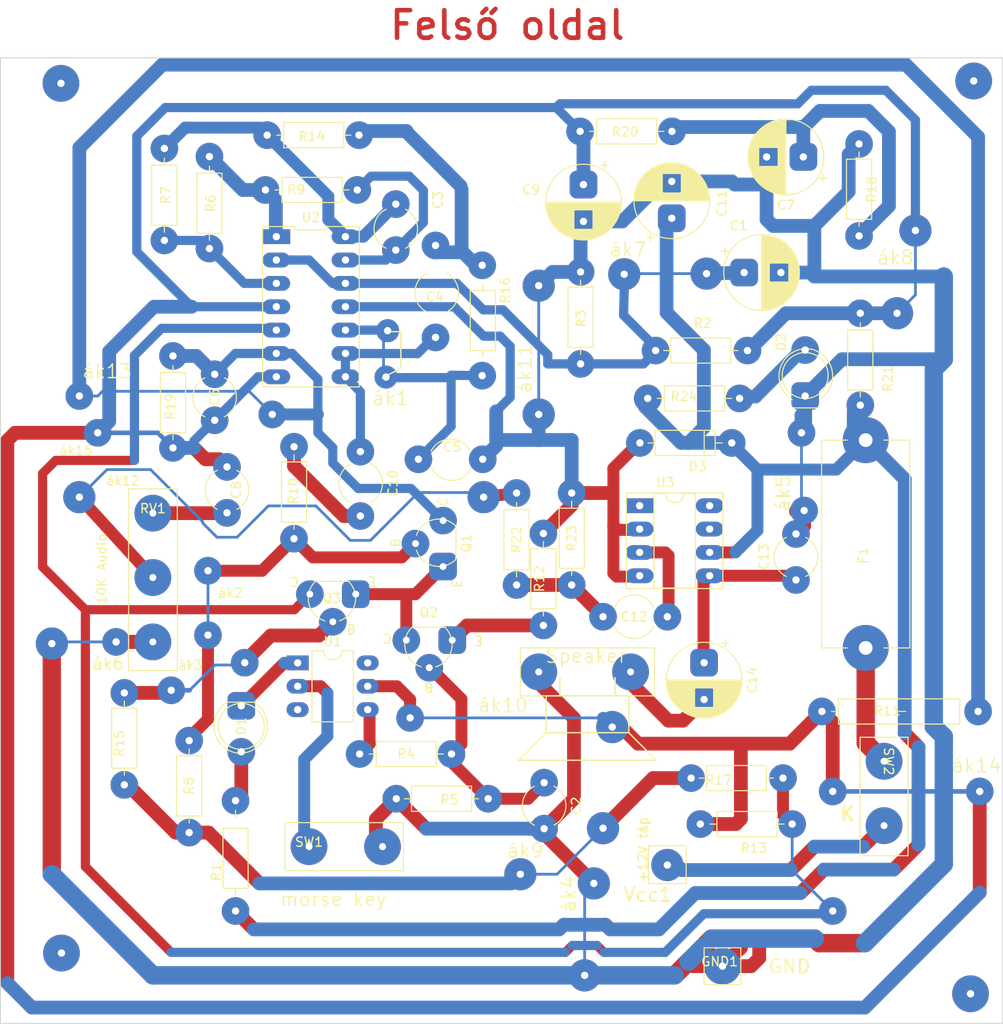
<source format=kicad_pcb>
(kicad_pcb (version 20221018) (generator pcbnew)
  (title_block (title "Sidetone-morse-voice-generator") (date "2024-02-06") (rev "0"))
  (layers (0 "F.Cu" signal) (31 "B.Cu" signal) (34 "B.Paste" user) (35 "F.Paste" user) (36 "B.SilkS" user "B.Silkscreen") (37 "F.SilkS" user "F.Silkscreen") (38 "B.Mask" user) (39 "F.Mask" user) (44 "Edge.Cuts" user))
  (net 0 "")
  (net 1 "Net-(U2A--)")
  (net 2 "GNDD")
  (net 3 "Net-(Q2-B)")
  (net 4 "Net-(C3-Pad1)")
  (net 5 "Net-(U2D--)")
  (net 6 "Net-(U2C--)")
  (net 7 "Net-(C4-Pad2)")
  (net 8 "Net-(U2C-+)")
  (net 9 "Net-(Q1-C)")
  (net 10 "Net-(C7-Pad1)")
  (net 11 "Net-(C8-Pad2)")
  (net 12 "VCC")
  (net 13 "Net-(C10-Pad2)")
  (net 14 "Net-(C12-Pad1)")
  (net 15 "Net-(U3-+)")
  (net 16 "Net-(C13-Pad1)")
  (net 17 "Net-(4-8ohm1-Pad1)")
  (net 18 "Net-(SW2A-A)")
  (net 19 "Net-(Q1-E)")
  (net 20 "Net-(Q1-B)")
  (net 21 "Net-(Q2-E)")
  (net 22 "Net-(Q3-B)")
  (net 23 "Net-(Q3-C)")
  (net 24 "Net-(D1-A)")
  (net 25 "Net-(R4-Pad1)")
  (net 26 "Net-(R6-Pad1)")
  (net 27 "Net-(U2A-+)")
  (net 28 "Net-(R22-Pad1)")
  (net 29 "Net-(D2-A)")
  (net 30 "Net-(D1-K)")
  (net 31 "Net-(SW1A-A)")
  (net 37 "Net-(R15-Pad1)")
  (net 38 "Net-(D3-K)")
  (footprint "000_Other_Device:Kapcsolo_Pad_Group_2Pin_P7mm" (layer "F.Cu") (at 204.359747 118.765435 -90)
    (fp_text reference "SW2")
    (fp_text value "On/off")
  )
  (footprint "000_Capacitor:C_Radial_Ceramic_D4.5mm_P5.00mm" (layer "F.Cu") (at 167.359747 121.095435 -90)
    (fp_text reference "C2")
    (fp_text value "20nF")
  )
  (footprint "000_Capacitor:C_Radial_Ceramic_D4.5mm_P5.00mm" (layer "F.Cu") (at 131.498524 76.683678 -90)
    (fp_text reference "C6")
    (fp_text value "10nF")
  )
  (footprint "000_Resistor:R_Axial_L6.3mm_D2.5mm_P10.0mm_Horizontal" (layer "F.Cu") (at 164.359747 89.595435 -90)
    (fp_text reference "R22")
    (fp_text value "15K")
  )
  (footprint "000_IC:DIP-14_LM324" (layer "F.Cu") (at 141.973908 69.338062 -90)
    (fp_text reference "U2")
    (fp_text value "LM324")
  )
  (footprint "000_Diode:LED_D5.0mm_P5.0_Clear" (layer "F.Cu") (at 195.772149 79.048053 90)
    (fp_text reference "D2")
    (fp_text value "Power (Green)")
  )
  (footprint "000_Capacitor:C_Radial_Ceramic_D4.5mm_P5.00mm" (layer "F.Cu") (at 147.359747 85.095435 -90)
    (fp_text reference "C10")
    (fp_text value "100nF")
  )
  (footprint "000_Capacitor:CP_Radial_Elektrolit_D8.0mm_P4.0mm_H12" (layer "F.Cu") (at 184.772149 108.048053 -90)
    (fp_text reference "C14")
    (fp_text value "100uF/16V")
  )
  (footprint "000_Transistor:TO-92_Kis_Muanyag_Hazas_Transistor" (layer "F.Cu") (at 156.359747 97.595435 90)
    (fp_text reference "Q1")
    (fp_text value "2N3904")
  )
  (footprint "000_Capacitor:CP_Radial_Elektrolit_D8.0mm_P4.0mm_H12" (layer "F.Cu") (at 189.130142 65.620118)
    (fp_text reference "C1")
    (fp_text value "100uF/16V")
  )
  (footprint "000_Resistor:R_Axial_L6.3mm_D2.5mm_P10.0mm_Horizontal" (layer "F.Cu") (at 187.781532 84.147616 180)
    (fp_text reference "D3")
    (fp_text value "1N4001")
  )
  (footprint "000_Other_Device:+Vcc" (layer "F.Cu") (at 180.772149 130.048053)
    (fp_text reference "Vcc1")
    (fp_text value "~")
  )
  (footprint "000_Resistor:Potenciometer_4Pin_P7mm" (layer "F.Cu") (at 124.772149 91.785435)
    (fp_text reference "RV1")
    (fp_text value "10K Audio")
  )
  (footprint "000_Resistor:R_Axial_L6.3mm_D2.5mm_P10.0mm_Horizontal" (layer "F.Cu") (at 130.93319 53.010935 -90)
    (fp_text reference "R6")
    (fp_text value "100K")
  )
  (footprint "000_Resistor:R_Axial_L6.3mm_D2.5mm_P10.0mm_Horizontal" (layer "F.Cu") (at 185.240107 71.70271 180)
    (fp_text reference "R2")
    (fp_text value "10 K")
  )
  (footprint "000_Resistor:R_Axial_L6.3mm_D2.5mm_P10.0mm_Horizontal" (layer "F.Cu") (at 197.59426 113.347682)
    (fp_text reference "R11")
    (fp_text value "22 K")
  )
  (footprint "000_Capacitor:CP_Radial_Elektrolit_D8.0mm_P4.0mm_H12" (layer "F.Cu") (at 181.254814 59.711119 90)
    (fp_text reference "C11")
    (fp_text value "100uF/16V")
  )
  (footprint "000_Resistor:R_Axial_L6.3mm_D2.5mm_P10.0mm_Horizontal" (layer "F.Cu") (at 178.63582 79.306652)
    (fp_text reference "R24")
    (fp_text value "1K")
  )
  (footprint "000_Other_Device:GND" (layer "F.Cu") (at 186.772149 141.048053)
    (fp_text reference "GND1")
    (fp_text value "~")
  )
  (footprint "000_Resistor:R_Axial_L6.3mm_D2.5mm_P10.0mm_Horizontal" (layer "F.Cu") (at 126.960643 74.687887 -90)
    (fp_text reference "R19")
    (fp_text value "10K")
  )
  (footprint "000_Other_Device:Fuseholder_22x10mm_Horizontal" (layer "F.Cu") (at 202.359747 83.841095 -90)
    (fp_text reference "F1")
    (fp_text value "1A")
  )
  (footprint "000_Resistor:R_Axial_L6.3mm_D2.5mm_P10.0mm_Horizontal" (layer "F.Cu") (at 121.669143 121.332412 90)
    (fp_text reference "R15")
    (fp_text value "330")
  )
  (footprint "000_Resistor:R_Axial_L6.3mm_D2.5mm_P10.0mm_Horizontal" (layer "F.Cu") (at 157.020319 120.439958 180)
    (fp_text reference "R5")
    (fp_text value "220 K")
  )
  (footprint "000_Resistor:R_Axial_L6.3mm_D2.5mm_P10.0mm_Horizontal" (layer "F.Cu") (at 171.274885 50.267941)
    (fp_text reference "R20")
    (fp_text value "10K")
  )
  (footprint "000_Resistor:R_Axial_L6.3mm_D2.5mm_P10.0mm_Horizontal" (layer "F.Cu") (at 128.723789 126.522872 90)
    (fp_text reference "R8")
    (fp_text value "330")
  )
  (footprint "000_Transistor:TO-92_Kis_Muanyag_Hazas_Transistor" (layer "F.Cu") (at 146.859747 100.595435 180)
    (fp_text reference "Q3")
    (fp_text value "2N3904")
  )
  (footprint "000_Capacitor:CP_Radial_Elektrolit_D8.0mm_P4.0mm_H12" (layer "F.Cu") (at 171.642393 56.058556 -90)
    (fp_text reference "C9")
    (fp_text value "100uF/16V")
  )
  (footprint "000_Diode:LED_D5.0mm_P5.0_Clear" (layer "F.Cu") (at 134.398161 112.738146 -90)
    (fp_text reference "D1")
    (fp_text value "Red")
  )
  (footprint "000_Resistor:R_Axial_L6.3mm_D2.5mm_P10.0mm_Horizontal" (layer "F.Cu") (at 201.772149 70.048053 -90)
    (fp_text reference "R21")
    (fp_text value "10")
  )
  (footprint "000_Resistor:R_Axial_L6.3mm_D2.5mm_P10.0mm_Horizontal" (layer "F.Cu") (at 170.359747 99.595435 90)
    (fp_text reference "R23")
    (fp_text value "1K")
  )
  (footprint "000_Resistor:R_Axial_L6.3mm_D2.5mm_P10.0mm_Horizontal" (layer "F.Cu") (at 160.619955 64.832539 -90)
    (fp_text reference "R16")
    (fp_text value "33K")
  )
  (footprint "000_Resistor:R_Axial_L6.3mm_D2.5mm_P10.0mm_Horizontal" (layer "F.Cu") (at 133.772149 123.048053 -90)
    (fp_text reference "R1")
    (fp_text value "750")
  )
  (footprint "000_Resistor:R_Axial_L6.3mm_D2.5mm_P10.0mm_Horizontal" (layer "F.Cu") (at 147.279798 117.974852)
    (fp_text reference "R4")
    (fp_text value "220 K")
  )
  (footprint "000_Resistor:R_Axial_L6.3mm_D2.5mm_P10.0mm_Horizontal" (layer "F.Cu") (at 137.213908 50.678062)
    (fp_text reference "R14")
    (fp_text value "33K")
  )
  (footprint "000_Resistor:R_Axial_L6.3mm_D2.5mm_P10.0mm_Horizontal" (layer "F.Cu") (at 167.280764 103.996327 90)
    (fp_text reference "R12")
    (fp_text value "22 K")
  )
  (footprint "000_Resistor:R_Axial_L6.3mm_D2.5mm_P10.0mm_Horizontal" (layer "F.Cu") (at 184.359747 125.595435)
    (fp_text reference "R13")
    (fp_text value "22 K")
  )
  (footprint "000_Resistor:R_Axial_L6.3mm_D2.5mm_P10.0mm_Horizontal" (layer "F.Cu") (at 126.027252 52.126258 -90)
    (fp_text reference "R7")
    (fp_text value "47K")
  )
  (footprint "000_Resistor:R_Axial_L6.3mm_D2.5mm_P10.0mm_Horizontal" (layer "F.Cu") (at 201.63778 61.637618 90)
    (fp_text reference "R18")
    (fp_text value "10K")
  )
  (footprint "000_IC:DIP-8_W7.62mm_Socket_LongPads" (layer "F.Cu") (at 177.756437 90.9742)
    (fp_text reference "U3")
    (fp_text value "LM386")
  )
  (footprint "000_Resistor:R_Axial_L6.3mm_D2.5mm_P10.0mm_Horizontal" (layer "F.Cu") (at 171.331245 75.552582 90)
    (fp_text reference "R3")
    (fp_text value "10 K")
  )
  (footprint "000_Resistor:R_Axial_L6.3mm_D2.5mm_P10.0mm_Horizontal" (layer "F.Cu") (at 140.138502 94.562463 90)
    (fp_text reference "R10")
    (fp_text value "10K")
  )
  (footprint "000_Capacitor:CP_Radial_Elektrolit_D8.0mm_P4.0mm_H12" (layer "F.Cu") (at 195.5748 53.048053 180)
    (fp_text reference "C7")
    (fp_text value "100uF/16V")
  )
  (footprint "000_Capacitor:C_Radial_Ceramic_D4.5mm_P5.00mm" (layer "F.Cu") (at 132.842104 86.754495 -90)
    (fp_text reference "C8")
    (fp_text value "100nF")
  )
  (footprint "000_Capacitor:C_Radial_Ceramic_D4.5mm_P5.00mm" (layer "F.Cu") (at 194.772149 99.048053 90)
    (fp_text reference "C13")
    (fp_text value "200nF")
  )
  (footprint "000_Capacitor:C_Radial_Ceramic_D4.5mm_P5.00mm" (layer "F.Cu") (at 151.213908 58.178062 -90)
    (fp_text reference "C3")
    (fp_text value "10 nF" hide)
  )
  (footprint "000_Resistor:R_Axial_L6.3mm_D2.5mm_P10.0mm_Horizontal" (layer "F.Cu") (at 137.023908 56.638062)
    (fp_text reference "R9")
    (fp_text value "100K" hide)
  )
  (footprint "000_Capacitor:C_Radial_Ceramic_D4.5mm_P5.00mm" (layer "F.Cu") (at 155.538368 72.67463 90)
    (fp_text reference "C4")
    (fp_text value "20nF")
  )
  (footprint "000_Other_Device:Morse_Key_Pad_Group_2Pin_P7mm" (layer "F.Cu") (at 141.772149 128.048053)
    (fp_text reference "SW1")
    (fp_text value "morse key")
  )
  (footprint "000_Transistor:TO-92_Kis_Muanyag_Hazas_Transistor" (layer "F.Cu") (at 157.359747 105.595435 180)
    (fp_text reference "Q2")
    (fp_text value "2N3904")
  )
  (footprint "000_IC:DIP-6_W7.62mm_LongPads" (layer "F.Cu") (at 140.534747 108.070435)
    (fp_text reference "U1")
    (fp_text value "4N35")
  )
  (footprint "000_Other_Device:Hangszoro" (layer "F.Cu") (at 176.772149 109.048053 180)
    (fp_text reference "4-8ohm1" hide)
    (fp_text value "Speaker")
  )
  (footprint "000_Resistor:R_Axial_L6.3mm_D2.5mm_P10.0mm_Horizontal" (layer "F.Cu") (at 193.359747 120.595435 180)
    (fp_text reference "R17")
    (fp_text value "10K")
  )
  (footprint "000_Capacitor:C_Radial_Ceramic_D4.5mm_P5.00mm" (layer "F.Cu") (at 173.772149 103.048053)
    (fp_text reference "C12")
    (fp_text value "100nF")
  )
  (footprint "000_Capacitor:C_Radial_Ceramic_D4.5mm_P5.00mm" (layer "F.Cu") (at 153.678763 85.9228)
    (fp_text reference "C5")
    (fp_text value "10nF")
  )
  (gr_line (start 150.772149 72.048053) (end 151.772149 72.048053) (stroke (width 0.15)) (layer "F.SilkS"))
  (gr_line (start 167.577149 115.658053) (end 164.577149 118.658053) (stroke (width 0.15)) (layer "F.SilkS"))
  (gr_line (start 164.577149 118.658053) (end 179.577149 118.658053) (stroke (width 0.15)) (layer "F.SilkS"))
  (gr_line (start 151.772149 72.048053) (end 151.772149 76.048053) (stroke (width 0.15)) (layer "F.SilkS"))
  (gr_rect (start 167.577149 111.658053) (end 176.577149 115.658053) (stroke (width 0.15)) (fill none) (layer "F.SilkS"))
  (gr_line (start 175.077149 109.658053) (end 175.077149 111.658053) (stroke (width 0.15)) (layer "F.SilkS"))
  (gr_line (start 169.077149 111.658053) (end 169.077149 109.658053) (stroke (width 0.15)) (layer "F.SilkS"))
  (gr_line (start 179.561096 118.648227) (end 176.561096 115.648227) (stroke (width 0.15)) (layer "F.SilkS"))
  (gr_line (start 151.772149 76.048053) (end 149.772149 77.048053) (stroke (width 0.15)) (layer "F.SilkS"))
  (gr_rect (start 108.185832 42.266054) (end 217.272149 147.266054) (stroke (width 0.1)) (fill none) (layer "Edge.Cuts"))
  (gr_text "Felső oldal" (at 150.306426 40.481982) (layer "F.Cu") (effects (font (size 3 3) (thickness 0.5) bold) (justify left bottom)))
  (gr_text "ák14" (at 211.613744 120.098893) (layer "F.SilkS") (effects (font (size 1.5 1.5)) (justify left bottom)))
  (gr_text "GND" (at 191.648968 141.939497) (layer "F.SilkS") (effects (font (size 1.5 1.5) (thickness 0.2) bold) (justify left bottom)))
  (gr_text "ák5" (at 194.243226 91.765015 90) (layer "F.SilkS") (effects (font (size 1.5 1.5) (thickness 0.2)) (justify left bottom)))
  (gr_text "+12V táp" (at 178.718526 132.076495 90) (layer "F.SilkS") (effects (font (size 1 1) (thickness 0.2) bold) (justify left bottom)))
  (gr_text "ák11" (at 166.122921 78.879508 90) (layer "F.SilkS") (effects (font (size 1.5 1.5)) (justify left bottom)))
  (gr_text "K" (at 199.440143 125.367001) (layer "F.SilkS") (effects (font (size 1.5 1.5) (thickness 0.3) bold) (justify left bottom)))
  (gr_text "ák10" (at 160.071716 113.549353) (layer "F.SilkS") (effects (font (size 1.5 1.5)) (justify left bottom)))
  (gr_text "ák2" (at 131.772149 101.048053) (layer "F.SilkS") (effects (font (size 1 1)) (justify left bottom)))
  (gr_text "ák12" (at 119.604349 88.855638) (layer "F.SilkS") (effects (font (size 1 1)) (justify left bottom)))
  (gr_text "ák4" (at 170.892694 135.333691 90) (layer "F.SilkS") (effects (font (size 1.5 1.5) (thickness 0.2)) (justify left bottom)))
  (gr_text "ák6" (at 118.022335 108.927445) (layer "F.SilkS") (effects (font (size 1.3 1.3) (thickness 0.2)) (justify left bottom)))
  (gr_text "ák7" (at 174.381036 64.000663) (layer "F.SilkS") (effects (font (size 1.5 1.5)) (justify left bottom)))
  (gr_text "ák15" (at 114.504041 85.536394) (layer "F.SilkS") (effects (font (size 1 1)) (justify left bottom)))
  (gr_text "ák3" (at 127.432149 108.915435) (layer "F.SilkS") (effects (font (size 1 1)) (justify left bottom)))
  (gr_text "ák8" (at 203.49801 64.854951) (layer "F.SilkS") (effects (font (size 1.5 1.5)) (justify left bottom)))
  (gr_text "ák13" (at 116.984138 77.23772) (layer "F.SilkS") (effects (font (size 1.5 1.5)) (justify left bottom)))
  (gr_text "ák9" (at 163.204104 129.353677) (layer "F.SilkS") (effects (font (size 1.5 1.5)) (justify left bottom)))
  (gr_text "ák1" (at 148.538831 80.16094) (layer "F.SilkS") (effects (font (size 1.5 1.5)) (justify left bottom)))
  (via (at 214.114778 44.786607) (size 4) (drill 0.8) (layers "F.Cu" "B.Cu") (net 0))
  (via (at 114.826037 139.619126) (size 4) (drill 0.8) (layers "F.Cu" "B.Cu") (net 0))
  (via (at 213.772149 144.048053) (size 4) (drill 0.8) (layers "F.Cu" "B.Cu") (net 0))
  (via (at 114.772149 45.048053) (size 4) (drill 0.8) (layers "F.Cu" "B.Cu") (net 0))
  (segment (start 185.038055 65.739065) (end 185.12267 65.620118) (width 1.5) (layer "F.Cu") (net 1))
  (segment (start 176.111758 66.082384) (end 176.008762 66.048053) (width 1) (layer "F.Cu") (net 1))
  (via (at 176.077426 65.807729) (size 3.5) (drill 0.8) (layers "F.Cu" "B.Cu") (net 1))
  (via (at 185.038055 65.739065) (size 3.5) (drill 0.8) (layers "F.Cu" "B.Cu") (net 1))
  (segment (start 167.754578 75.552582) (end 171.331245 75.552582) (width 1) (layer "B.Cu") (net 1))
  (segment (start 162.878496 69.67463) (end 167.754578 74.550712) (width 1) (layer "B.Cu") (net 1))
  (segment (start 176.008762 70.272481) (end 176.111758 66.082384) (width 1) (layer "B.Cu") (net 1))
  (segment (start 145.733908 66.798062) (end 157.857256 66.798062) (width 1) (layer "B.Cu") (net 1))
  (segment (start 141.781217 64.258062) (end 144.321217 66.798062) (width 1) (layer "B.Cu") (net 1))
  (segment (start 144.321217 66.798062) (end 145.733908 66.798062) (width 1) (layer "B.Cu") (net 1))
  (segment (start 157.857256 66.798062) (end 160.733824 69.67463) (width 1) (layer "B.Cu") (net 1))
  (segment (start 189.130142 65.620118) (end 185.038055 65.739065) (width 1.5) (layer "B.Cu") (net 1))
  (segment (start 171.331245 75.552582) (end 178.169503 75.552582) (width 1) (layer "B.Cu") (net 1))
  (segment (start 138.213908 64.258062) (end 141.781217 64.258062) (width 1) (layer "B.Cu") (net 1))
  (segment (start 160.733824 69.67463) (end 162.878496 69.67463) (width 1) (layer "B.Cu") (net 1))
  (segment (start 185.038055 65.739065) (end 176.14609 65.739065) (width 0.3) (layer "B.Cu") (net 1))
  (segment (start 167.754578 74.550712) (end 167.754578 75.552582) (width 1) (layer "B.Cu") (net 1))
  (segment (start 178.169503 75.552582) (end 179.729183 73.992902) (width 1) (layer "B.Cu") (net 1))
  (segment (start 179.729183 73.992902) (end 176.008762 70.272481) (width 1) (layer "B.Cu") (net 1))
  (segment (start 176.14609 65.739065) (end 176.077426 65.807729) (width 1.5) (layer "B.Cu") (net 1))
  (segment (start 125.488469 105.785435) (end 121.772149 105.785435) (width 1.5) (layer "F.Cu") (net 2))
  (segment (start 149.772149 128.048053) (end 149.050652 127.326556) (width 1.5) (layer "F.Cu") (net 2))
  (segment (start 188.772149 139.048053) (end 188.772149 138.048053) (width 1.5) (layer "F.Cu") (net 2))
  (segment (start 170.609747 122.845435) (end 167.359747 126.095435) (width 1.5) (layer "F.Cu") (net 2))
  (segment (start 149.050652 125.059625) (end 151.270319 122.839958) (width 1.5) (layer "F.Cu") (net 2))
  (segment (start 170.359747 89.595435) (end 174.469743 89.595435) (width 1.5) (layer "F.Cu") (net 2))
  (segment (start 184.67327 138.949174) (end 185.574391 138.048053) (width 2) (layer "F.Cu") (net 2))
  (segment (start 165.772149 126.095435) (end 167.359747 126.095435) (width 1.5) (layer "F.Cu") (net 2))
  (segment (start 166.772149 109.048053) (end 166.772149 110.239921) (width 1.5) (layer "F.Cu") (net 2))
  (segment (start 174.901775 98.331095) (end 174.901775 93.141095) (width 1.3) (layer "F.Cu") (net 2))
  (segment (start 186.772149 141.048053) (end 189.894544 141.048053) (width 1.5) (layer "F.Cu") (net 2))
  (segment (start 186.772149 141.048053) (end 188.772149 139.048053) (width 1.5) (layer "F.Cu") (net 2))
  (segment (start 172.772149 132.048053) (end 167.359747 126.635651) (width 1.5) (layer "F.Cu") (net 2))
  (segment (start 175.361775 93.601095) (end 174.901775 93.141095) (width 1.3) (layer "F.Cu") (net 2))
  (segment (start 121.935977 105.785435) (end 122.772149 105.785435) (width 1.5) (layer "F.Cu") (net 2))
  (segment (start 113.78113 105.968151) (end 113.772149 105.977132) (width 2) (layer "F.Cu") (net 2))
  (segment (start 189.894544 141.048053) (end 190.772149 140.170448) (width 1.5) (layer "F.Cu") (net 2))
  (segment (start 196.822401 138.048053) (end 197.322401 138.548053) (width 2) (layer "F.Cu") (net 2))
  (segment (start 183.574391 141.048053) (end 183.074391 140.548053) (width 1.5) (layer "F.Cu") (net 2))
  (segment (start 178.051775 98.681095) (end 175.251775 98.681095) (width 1.3) (layer "F.Cu") (net 2))
  (segment (start 166.772149 81.048053) (end 166.772149 82.048053) (width 1.5) (layer "F.Cu") (net 2))
  (segment (start 190.772149 140.170448) (end 190.772149 138.048053) (width 1.5) (layer "F.Cu") (net 2))
  (segment (start 170.359747 89.595435) (end 170.359747 90.917344) (width 1.5) (layer "F.Cu") (net 2))
  (segment (start 170.609747 114.077519) (end 170.609747 122.845435) (width 1.5) (layer "F.Cu") (net 2))
  (segment (start 167.724767 126.095435) (end 165.772149 126.095435) (width 1.5) (layer "F.Cu") (net 2))
  (segment (start 149.050652 127.326556) (end 149.050652 125.059625) (width 1.5) (layer "F.Cu") (net 2))
  (segment (start 174.901775 93.141095) (end 174.901775 86.911095) (width 1.3) (layer "F.Cu") (net 2))
  (segment (start 170.359747 90.917344) (end 167.280764 93.996327) (width 1.5) (layer "F.Cu") (net 2))
  (segment (start 113.772149 105.977132) (end 113.772149 131.048053) (width 2) (layer "F.Cu") (net 2))
  (segment (start 178.051775 93.601095) (end 175.361775 93.601095) (width 1.3) (layer "F.Cu") (net 2))
  (segment (start 174.469743 89.595435) (end 174.506437 89.632129) (width 1.5) (layer "F.Cu") (net 2))
  (segment (start 197.322401 138.548053) (end 202.272149 138.548053) (width 2) (layer "F.Cu") (net 2))
  (segment (start 186.772149 141.048053) (end 183.574391 141.048053) (width 1.5) (layer "F.Cu") (net 2))
  (segment (start 113.772149 105.95917) (end 113.78113 105.968151) (width 2) (layer "F.Cu") (net 2))
  (segment (start 175.251775 98.681095) (end 174.901775 98.331095) (width 1.3) (layer "F.Cu") (net 2))
  (segment (start 174.901775 86.911095) (end 177.671775 84.141095) (width 1.3) (layer "F.Cu") (net 2))
  (segment (start 151.270319 122.839958) (end 154.525796 126.095435) (width 1.5) (layer "F.Cu") (net 2))
  (segment (start 167.359747 126.635651) (end 167.359747 126.095435) (width 1.5) (layer "F.Cu") (net 2))
  (segment (start 181.574391 142.048053) (end 183.074391 140.548053) (width 2) (layer "F.Cu") (net 2))
  (segment (start 171.331245 60.369704) (end 171.642393 60.058556) (width 1.5) (layer "F.Cu") (net 2))
  (segment (start 186.772149 141.048053) (end 184.67327 138.949174) (width 1.5) (layer "F.Cu") (net 2))
  (segment (start 166.772149 110.239921) (end 170.609747 114.077519) (width 1.5) (layer "F.Cu") (net 2))
  (via (at 171.772149 142.048053) (size 3.5) (drill 0.8) (layers "F.Cu" "B.Cu") (net 2))
  (via (at 166.772149 67.048053) (size 3.5) (drill 0.8) (layers "F.Cu" "B.Cu") (net 2))
  (via (at 113.78113 105.968151) (size 3.5) (drill 0.8) (layers "F.Cu" "B.Cu") (net 2))
  (via (at 166.772149 81.048053) (size 3.5) (drill 0.8) (layers "F.Cu" "B.Cu") (net 2))
  (via (at 120.772149 105.785435) (size 3) (drill 0.8) (layers "F.Cu" "B.Cu") (net 2))
  (via (at 172.772149 132.048053) (size 3.5) (drill 0.8) (layers "F.Cu" "B.Cu") (net 2))
  (segment (start 171.772149 133.048053) (end 171.772149 142.048053) (width 0.3) (layer "B.Cu") (net 2))
  (segment (start 193.130142 65.620118) (end 196.344214 65.620118) (width 1.5) (layer "B.Cu") (net 2))
  (segment (start 200.5055 56.814702) (end 200.5055 52.769898) (width 1.5) (layer "B.Cu") (net 2))
  (segment (start 160.769125 72.538359) (end 162.568416 72.538359) (width 1) (layer "B.Cu") (net 2))
  (segment (start 157.568828 69.338062) (end 160.769125 72.538359) (width 1) (layer "B.Cu") (net 2))
  (segment (start 113.963846 105.785435) (end 113.78113 105.968151) (width 1.5) (layer "B.Cu") (net 2))
  (segment (start 166.772149 81.048053) (end 166.772149 67.048053) (width 0.3) (layer "B.Cu") (net 2))
  (segment (start 162.144631 80.710434) (end 162.144631 83.698385) (width 1.5) (layer "B.Cu") (net 2))
  (segment (start 166.772149 83.829016) (end 166.772149 81.048053) (width 1.5) (layer "B.Cu") (net 2))
  (segment (start 113.772149 131.048053) (end 124.772149 142.048053) (width 2) (layer "B.Cu") (net 2))
  (segment (start 162.144631 84.456932) (end 160.678763 85.9228) (width 1.5) (layer "B.Cu") (net 2))
  (segment (start 135.772149 137.048053) (end 168.993973 137.048053) (width 1.5) (layer "B.Cu") (net 2))
  (segment (start 180.219278 55.711119) (end 181.254814 55.711119) (width 1.5) (layer "B.Cu") (net 2))
  (segment (start 183.074391 140.548053) (end 184.67327 138.949174) (width 2) (layer "B.Cu") (net 2))
  (segment (start 171.642393 60.058556) (end 175.871841 60.058556) (width 1.5) (layer "B.Cu") (net 2))
  (segment (start 170.359747 89.595435) (end 170.359747 83.829016) (width 1.5) (layer "B.Cu") (net 2))
  (segment (start 171.331245 65.552582) (end 168.26762 65.552582) (width 1.5) (layer "B.Cu") (net 2))
  (segment (start 170.359747 83.829016) (end 166.772149 83.829016) (width 1.5) (layer "B.Cu") (net 2))
  (segment (start 196.772149 60.548053) (end 200.5055 56.814702) (width 1.5) (layer "B.Cu") (net 2))
  (segment (start 192.272149 60.548053) (end 196.772149 60.548053) (width 1.5) (layer "B.Cu") (net 2))
  (segment (start 210.859747 129.960455) (end 210.859747 116.073047) (width 2) (layer "B.Cu") (net 2))
  (segment (start 181.254814 55.711119) (end 187.772149 55.711119) (width 1.5) (layer "B.Cu") (net 2))
  (segment (start 163.664574 79.190491) (end 162.144631 80.710434) (width 1) (layer "B.Cu") (net 2))
  (segment (start 187.939158 55.878128) (end 187.772149 55.711119) (width 1.5) (layer "B.Cu") (net 2))
  (segment (start 154.525796 126.095435) (end 165.772149 126.095435) (width 1.5) (layer "B.Cu") (net 2))
  (segment (start 145.733908 69.338062) (end 157.568828 69.338062) (width 1) (layer "B.Cu") (net 2))
  (segment (start 188.109083 56.048053) (end 191.5748 56.048053) (width 1.5) (layer "B.Cu") (net 2))
  (segment (start 171.331245 65.552582) (end 171.331245 60.369704) (width 1.5) (layer "B.Cu") (net 2))
  (segment (start 163.664574 73.634517) (end 163.664574 79.190491) (width 1) (layer "B.Cu") (net 2))
  (segment (start 183.809495 133.095435) (end 195.260301 133.095435) (width 1.5) (layer "B.Cu") (net 2))
  (segment (start 185.574391 138.048053) (end 190.772149 138.048053) (width 2) (layer "B.Cu") (net 2))
  (segment (start 202.272149 138.548053) (end 210.859747 129.960455) (width 2) (layer "B.Cu") (net 2))
  (segment (start 168.26762 65.552582) (end 166.772149 67.048053) (width 1.5) (layer "B.Cu") (net 2))
  (segment (start 191.5748 59.850704) (end 192.272149 60.548053) (width 1.5) (layer "B.Cu") (net 2))
  (segment (start 169.493973 136.548053) (end 174.050325 136.548053) (width 1.5) (layer "B.Cu") (net 2))
  (segment (start 191.5748 53.048053) (end 191.5748 59.850704) (width 1.5) (layer "B.Cu") (net 2))
  (segment (start 196.772149 60.548053) (end 196.772149 66.048053) (width 1.5) (layer "B.Cu") (net 2))
  (segment (start 124.772149 142.048053) (end 181.574391 142.048053) (width 2) (layer "B.Cu") (net 2))
  (segment (start 174.550325 137.048053) (end 179.856877 137.048053) (width 1.5) (layer "B.Cu") (net 2))
  (segment (start 175.871841 60.058556) (end 180.219278 55.711119) (width 1.5) (layer "B.Cu") (net 2))
  (segment (start 162.144631 83.698385) (end 162.144631 84.456932) (width 1.5) (layer "B.Cu") (net 2))
  (segment (start 196.344214 65.620118) (end 196.772149 66.048053) (width 1.5) (layer "B.Cu") (net 2))
  (segment (start 200.5055 52.769898) (end 201.63778 51.637618) (width 1.5) (layer "B.Cu") (net 2))
  (segment (start 179.856877 137.048053) (end 183.809495 133.095435) (width 1.5) (layer "B.Cu") (net 2))
  (segment (start 162.568416 72.538359) (end 163.664574 73.634517) (width 1) (layer "B.Cu") (net 2))
  (segment (start 173.118344 138.798053) (end 170.425954 138.798053) (width 1) (layer "B.Cu") (net 2))
  (segment (start 190.772149 138.048053) (end 196.822401 138.048053) (width 2) (layer "B.Cu") (net 2))
  (segment (start 120.772149 105.785435) (end 113.963846 105.785435) (width 0.3) (layer "B.Cu") (net 2))
  (segment (start 187.772149 55.711119) (end 188.109083 56.048053) (width 1.5) (layer "B.Cu") (net 2))
  (segment (start 166.772149 83.829016) (end 162.275262 83.829016) (width 1.5) (layer "B.Cu") (net 2))
  (segment (start 162.275262 83.829016) (end 162.144631 83.698385) (width 1.5) (layer "B.Cu") (net 2))
  (segment (start 210.859747 116.073047) (end 209.772149 114.985449) (width 2) (layer "B.Cu") (net 2))
  (segment (start 154.859747 108.595435) (end 154.954501 108.595435) (width 1.3) (layer "F.Cu") (net 3))
  (segment (start 165.615224 122.839958) (end 167.359747 121.095435) (width 1.3) (layer "F.Cu") (net 3))
  (segment (start 158.359747 112.000681) (end 158.359747 116.894903) (width 1.3) (layer "F.Cu") (net 3))
  (segment (start 154.954501 108.595435) (end 158.359747 112.000681) (width 1.3) (layer "F.Cu") (net 3))
  (segment (start 158.359747 116.894903) (end 157.279798 117.974852) (width 1.3) (layer "F.Cu") (net 3))
  (segment (start 161.270319 122.839958) (end 165.615224 122.839958) (width 1.3) (layer "F.Cu") (net 3))
  (segment (start 157.279798 117.974852) (end 157.279798 118.849437) (width 1.3) (layer "F.Cu") (net 3))
  (segment (start 157.279798 118.849437) (end 161.270319 122.839958) (width 1.3) (layer "F.Cu") (net 3))
  (segment (start 137.213908 50.678062) (end 136.396781 49.860935) (width 1.3) (layer "B.Cu") (net 4))
  (segment (start 143.873908 57.338062) (end 137.213908 50.678062) (width 1.3) (layer "B.Cu") (net 4))
  (segment (start 145.733908 61.718062) (end 143.873908 59.858062) (width 1.3) (layer "B.Cu") (net 4))
  (segment (start 147.673908 61.718062) (end 145.733908 61.718062) (width 1.3) (layer "B.Cu") (net 4))
  (segment (start 143.873908 59.858062) (end 143.873908 57.338062) (width 1.3) (layer "B.Cu") (net 4))
  (segment (start 136.396781 49.860935) (end 128.292575 49.860935) (width 1.3) (layer "B.Cu") (net 4))
  (segment (start 128.292575 49.860935) (end 126.027252 52.126258) (width 1.3) (layer "B.Cu") (net 4))
  (segment (start 151.213908 58.178062) (end 147.673908 61.718062) (width 1.3) (layer "B.Cu") (net 4))
  (segment (start 152.673908 55.138062) (end 154.213908 56.678062) (width 1) (layer "B.Cu") (net 5))
  (segment (start 148.523908 55.138062) (end 152.673908 55.138062) (width 1) (layer "B.Cu") (net 5))
  (segment (start 154.213908 56.678062) (end 154.213908 60.178062) (width 1) (layer "B.Cu") (net 5))
  (segment (start 154.213908 60.178062) (end 151.213908 63.178062) (width 1) (layer "B.Cu") (net 5))
  (segment (start 150.133908 64.258062) (end 151.213908 63.178062) (width 1) (layer "B.Cu") (net 5))
  (segment (start 145.733908 64.258062) (end 150.133908 64.258062) (width 1) (layer "B.Cu") (net 5))
  (segment (start 147.023908 56.638062) (end 148.523908 55.138062) (width 1) (layer "B.Cu") (net 5))
  (segment (start 147.359747 78.583901) (end 147.359747 85.095435) (width 1) (layer "B.Cu") (net 6))
  (segment (start 153.565235 74.428062) (end 145.733908 74.428062) (width 1) (layer "B.Cu") (net 6))
  (segment (start 155.514858 72.501596) (end 153.557091 74.459363) (width 1) (layer "B.Cu") (net 6))
  (segment (start 145.733908 74.418062) (end 145.733908 76.958062) (width 1) (layer "B.Cu") (net 6))
  (segment (start 145.733908 76.958062) (end 147.359747 78.583901) (width 1) (layer "B.Cu") (net 6))
  (segment (start 158.258632 56.209854) (end 152.281252 50.232474) (width 1.5) (layer "B.Cu") (net 7))
  (segment (start 155.538368 63.413458) (end 158.24327 63.413458) (width 1.5) (layer "B.Cu") (net 7))
  (segment (start 158.38007 63.276658) (end 158.38007 56.575571) (width 1.5) (layer "B.Cu") (net 7))
  (segment (start 158.24327 63.413458) (end 158.38007 63.276658) (width 1.5) (layer "B.Cu") (net 7))
  (segment (start 159.81893 64.717726) (end 158.31893 63.217726) (width 1.5) (layer "B.Cu") (net 7))
  (segment (start 152.402162 50.232209) (end 148.202672 50.232209) (width 1.5) (layer "B.Cu") (net 7))
  (via (at 150.148122 76.984364) (size 2.5) (drill 0.8) (layers "F.Cu" "B.Cu") (net 8))
  (via (at 150.326505 71.945034) (size 2.5) (drill 0.8) (layers "F.Cu" "B.Cu") (net 8))
  (segment (start 145.733908 71.878062) (end 149.187845 71.878062) (width 1) (layer "B.Cu") (net 8))
  (segment (start 160.619955 76.832539) (end 157.236366 76.791438) (width 1) (layer "B.Cu") (net 8))
  (segment (start 149.446984 76.722888) (end 149.772149 77.048053) (width 1) (layer "B.Cu") (net 8))
  (segment (start 157.236366 76.791438) (end 157.245146 76.832539) (width 1) (layer "B.Cu") (net 8))
  (segment (start 149.772149 77.048053) (end 157.029632 77.048053) (width 1) (layer "B.Cu") (net 8))
  (segment (start 157.236366 76.791438) (end 157.236366 82.365197) (width 1) (layer "B.Cu") (net 8))
  (segment (start 157.236366 82.365197) (end 153.678763 85.9228) (width 1) (layer "B.Cu") (net 8))
  (segment (start 157.029632 77.048053) (end 157.245146 76.832539) (width 1) (layer "B.Cu") (net 8))
  (segment (start 149.880547 72.011884) (end 149.880547 76.694534) (width 0.3) (layer "B.Cu") (net 8))
  (segment (start 137.772149 81.048053) (end 137.687242 81.048053) (width 1.3) (layer "F.Cu") (net 9))
  (via (at 137.772149 81.048053) (size 3) (drill 0.8) (layers "F.Cu" "B.Cu") (net 9))
  (via (at 116.772149 79.048053) (size 3) (drill 0.8) (layers "F.Cu" "B.Cu") (net 9))
  (segment (start 206.74015 43.016054) (end 214.59426 50.870164) (width 1.5) (layer "B.Cu") (net 9))
  (segment (start 214.59426 50.870164) (end 214.59426 113.347682) (width 1.5) (layer "B.Cu") (net 9))
  (segment (start 133.76414 74.418062) (end 131.498524 76.683678) (width 1) (layer "B.Cu") (net 9))
  (segment (start 129.502733 74.687887) (end 131.498524 76.683678) (width 1.5) (layer "B.Cu") (net 9))
  (segment (start 138.213908 74.418062) (end 139.942253 74.418062) (width 1) (layer "B.Cu") (net 9))
  (segment (start 125.804148 43.016054) (end 206.74015 43.016054) (width 1.5) (layer "B.Cu") (net 9))
  (segment (start 135.257774 78.533678) (end 137.772149 81.048053) (width 0.3) (layer "B.Cu") (net 9))
  (segment (start 118.772149 79.048053) (end 119.286524 78.533678) (width 0.3) (layer "B.Cu") (net 9))
  (segment (start 142.733908 77.209717) (end 142.733908 81.048053) (width 1) (layer "B.Cu") (net 9))
  (segment (start 116.772149 79.048053) (end 116.772149 80.062605) (width 0.5) (layer "B.Cu") (net 9))
  (segment (start 142.733908 81.048053) (end 142.733908 83.040545) (width 1) (layer "B.Cu") (net 9))
  (segment (start 119.286524 78.533678) (end 135.257774 78.533678) (width 0.3) (layer "B.Cu") (net 9))
  (segment (start 126.960643 74.687887) (end 129.502733 74.687887) (width 1.5) (layer "B.Cu") (net 9))
  (segment (start 116.772149 79.048053) (end 116.772149 52.048053) (width 1.5) (layer "B.Cu") (net 9))
  (segment (start 138.213908 74.418062) (end 133.76414 74.418062) (width 1) (layer "B.Cu") (net 9))
  (segment (start 152.85686 89.092548) (end 156.359747 92.595435) (width 1) (layer "B.Cu") (net 9))
  (segment (start 139.942253 74.418062) (end 142.733908 77.209717) (width 1) (layer "B.Cu") (net 9))
  (segment (start 116.772149 52.048053) (end 125.804148 43.016054) (width 1.5) (layer "B.Cu") (net 9))
  (segment (start 147.114219 89.092548) (end 152.85686 89.092548) (width 1) (layer "B.Cu") (net 9))
  (segment (start 142.733908 83.040545) (end 144.359747 84.666384) (width 1) (layer "B.Cu") (net 9))
  (segment (start 116.772149 79.048053) (end 118.772149 79.048053) (width 0.3) (layer "B.Cu") (net 9))
  (segment (start 144.359747 86.338076) (end 147.114219 89.092548) (width 1) (layer "B.Cu") (net 9))
  (segment (start 142.733908 81.048053) (end 137.772149 81.048053) (width 1.3) (layer "B.Cu") (net 9))
  (segment (start 144.359747 84.666384) (end 144.359747 86.338076) (width 1) (layer "B.Cu") (net 9))
  (segment (start 181.744773 49.798053) (end 181.274885 50.267941) (width 1.5) (layer "F.Cu") (net 10))
  (segment (start 195.5748 53.048053) (end 195.5748 49.850704) (width 1.5) (layer "B.Cu") (net 10))
  (segment (start 201.63778 61.637618) (end 204.88778 58.387618) (width 1.5) (layer "B.Cu") (net 10))
  (segment (start 202.64441 48.048053) (end 197.377451 48.048053) (width 1.5) (layer "B.Cu") (net 10))
  (segment (start 204.88778 58.387618) (end 204.88778 50.291423) (width 1.5) (layer "B.Cu") (net 10))
  (segment (start 195.5748 49.850704) (end 195.522149 49.798053) (width 1.5) (layer "B.Cu") (net 10))
  (segment (start 195.522149 49.798053) (end 181.744773 49.798053) (width 1.5) (layer "B.Cu") (net 10))
  (segment (start 197.377451 48.048053) (end 195.5748 49.850704) (width 1.5) (layer "B.Cu") (net 10))
  (segment (start 204.88778 50.291423) (end 202.64441 48.048053) (width 1.5) (layer "B.Cu") (net 10))
  (segment (start 124.772149 91.785435) (end 132.811164 91.785435) (width 1.5) (layer "F.Cu") (net 11))
  (segment (start 132.811164 91.785435) (end 132.842104 91.754495) (width 1.5) (layer "F.Cu") (net 11))
  (segment (start 180.772149 130.048053) (end 181.772149 130.048053) (width 1.5) (layer "F.Cu") (net 12))
  (segment (start 181.772149 130.048053) (end 182.319531 130.595435) (width 1.5) (layer "F.Cu") (net 12))
  (segment (start 194.224767 130.595435) (end 196.772149 128.048053) (width 1.5) (layer "F.Cu") (net 12))
  (segment (start 202.077129 128.048053) (end 204.359747 125.765435) (width 1.5) (layer "F.Cu") (net 12))
  (segment (start 182.319531 130.595435) (end 194.224767 130.595435) (width 1.5) (layer "B.Cu") (net 12))
  (segment (start 196.772149 128.048053) (end 202.077129 128.048053) (width 1.5) (layer "B.Cu") (net 12))
  (segment (start 145.550154 92.095435) (end 147.359747 92.095435) (width 1.5) (layer "F.Cu") (net 13))
  (segment (start 140.138502 84.562463) (end 140.138502 86.683783) (width 1.5) (layer "F.Cu") (net 13))
  (segment (start 140.138502 86.683783) (end 145.550154 92.095435) (width 1.5) (layer "F.Cu") (net 13))
  (segment (start 173.772149 103.007837) (end 173.772149 103.048053) (width 1.5) (layer "F.Cu") (net 14))
  (segment (start 170.359747 99.595435) (end 173.772149 103.007837) (width 1.5) (layer "F.Cu") (net 14))
  (segment (start 170.359747 99.595435) (end 164.359747 99.595435) (width 1.5) (layer "F.Cu") (net 14))
  (segment (start 180.556437 96.0542) (end 180.906437 96.4042) (width 1.3) (layer "F.Cu") (net 15))
  (segment (start 180.906437 96.4042) (end 180.906437 102.913765) (width 1.3) (layer "F.Cu") (net 15))
  (segment (start 177.756437 96.0542) (end 180.556437 96.0542) (width 1.3) (layer "F.Cu") (net 15))
  (segment (start 180.906437 102.913765) (end 180.772149 103.048053) (width 1.3) (layer "F.Cu") (net 15))
  (segment (start 184.709747 99.26089) (end 184.709747 107.985651) (width 1.3) (layer "F.Cu") (net 16))
  (segment (start 194.318296 98.5942) (end 194.772149 99.048053) (width 1.3) (layer "F.Cu") (net 16))
  (segment (start 185.376437 98.5942) (end 184.709747 99.26089) (width 1.3) (layer "F.Cu") (net 16))
  (segment (start 184.709747 107.985651) (end 184.772149 108.048053) (width 1.3) (layer "F.Cu") (net 16))
  (segment (start 185.376437 98.5942) (end 194.318296 98.5942) (width 1.3) (layer "F.Cu") (net 16))
  (segment (start 180.882932 114.350704) (end 182.469498 114.350704) (width 1.5) (layer "F.Cu") (net 17))
  (segment (start 176.772149 110.239921) (end 180.882932 114.350704) (width 1.5) (layer "F.Cu") (net 17))
  (segment (start 182.469498 114.350704) (end 184.772149 112.048053) (width 1.5) (layer "F.Cu") (net 17))
  (segment (start 176.772149 109.048053) (end 176.772149 110.239921) (width 1.5) (layer "F.Cu") (net 17))
  (segment (start 202.359747 116.766886) (end 204.359747 118.766886) (width 2) (layer "F.Cu") (net 18))
  (segment (start 202.359747 106.441095) (end 202.359747 116.766886) (width 2) (layer "F.Cu") (net 18))
  (segment (start 152.359747 100.60611) (end 152.349072 100.595435) (width 1.3) (layer "F.Cu") (net 19))
  (segment (start 152.359747 105.595435) (end 152.359747 100.60611) (width 1.3) (layer "F.Cu") (net 19))
  (segment (start 153.359747 100.595435) (end 152.349072 100.595435) (width 1.3) (layer "F.Cu") (net 19))
  (segment (start 152.349072 100.595435) (end 146.859747 100.595435) (width 1.3) (layer "F.Cu") (net 19))
  (segment (start 156.359747 97.595435) (end 153.359747 100.595435) (width 1.3) (layer "F.Cu") (net 19))
  (segment (start 140.138502 94.562463) (end 136.652912 98.048053) (width 1.3) (layer "F.Cu") (net 20))
  (segment (start 130.772149 114.183033) (end 128.723789 116.231393) (width 1.3) (layer "F.Cu") (net 20))
  (segment (start 130.772149 105.048053) (end 130.772149 114.183033) (width 1.3) (layer "F.Cu") (net 20))
  (segment (start 128.723789 116.231393) (end 128.723789 116.522872) (width 1.3) (layer "F.Cu") (net 20))
  (segment (start 153.359747 95.095435) (end 151.859747 96.595435) (width 1.3) (layer "F.Cu") (net 20))
  (segment (start 151.859747 96.595435) (end 142.171474 96.595435) (width 1.3) (layer "F.Cu") (net 20))
  (segment (start 142.171474 96.595435) (end 140.138502 94.562463) (width 1.3) (layer "F.Cu") (net 20))
  (segment (start 136.652912 98.048053) (end 130.772149 98.048053) (width 1.3) (layer "F.Cu") (net 20))
  (via (at 130.772149 98.048053) (size 3) (drill 0.8) (layers "F.Cu" "B.Cu") (net 20))
  (via (at 130.772149 105.048053) (size 3) (drill 0.8) (layers "F.Cu" "B.Cu") (net 20))
  (segment (start 130.772149 98.048053) (end 130.772149 105.048053) (width 0.3) (layer "B.Cu") (net 20))
  (segment (start 158.958855 103.996327) (end 157.359747 105.595435) (width 1.5) (layer "F.Cu") (net 21))
  (segment (start 167.280764 103.996327) (end 158.958855 103.996327) (width 1.5) (layer "F.Cu") (net 21))
  (segment (start 134.657211 108.048053) (end 134.460664 108.2446) (width 1.5) (layer "F.Cu") (net 22))
  (segment (start 126.772149 111.048053) (end 126.556501 111.332412) (width 1.5) (layer "F.Cu") (net 22))
  (segment (start 144.359747 103.595435) (end 142.859747 105.095435) (width 1.5) (layer "F.Cu") (net 22))
  (segment (start 134.460664 108.2446) (end 134.460664 108.316729) (width 1.5) (layer "F.Cu") (net 22))
  (segment (start 142.859747 105.095435) (end 137.609829 105.095435) (width 1.5) (layer "F.Cu") (net 22))
  (segment (start 134.772149 107.933115) (end 134.772149 108.048053) (width 1.5) (layer "F.Cu") (net 22))
  (segment (start 121.669143 111.332412) (end 126.363848 111.332412) (width 1.5) (layer "F.Cu") (net 22))
  (segment (start 134.772149 108.048053) (end 134.657211 108.048053) (width 1.5) (layer "F.Cu") (net 22))
  (segment (start 137.609829 105.095435) (end 134.772149 107.933115) (width 1.5) (layer "F.Cu") (net 22))
  (segment (start 126.363848 111.332412) (end 126.772149 111.048053) (width 1.5) (layer "F.Cu") (net 22))
  (via (at 126.772149 111.048053) (size 3) (drill 0.8) (layers "F.Cu" "B.Cu") (net 22))
  (via (at 134.772149 108.048053) (size 3) (drill 0.8) (layers "F.Cu" "B.Cu") (net 22))
  (segment (start 134.772149 108.048053) (end 134.522149 108.298053) (width 1.5) (layer "B.Cu") (net 22))
  (segment (start 131.522149 108.298053) (end 128.772149 111.048053) (width 0.3) (layer "B.Cu") (net 22))
  (segment (start 128.772149 111.048053) (end 126.772149 111.048053) (width 0.5) (layer "B.Cu") (net 22))
  (segment (start 134.522149 108.298053) (end 131.522149 108.298053) (width 0.3) (layer "B.Cu") (net 22))
  (segment (start 198.772149 135.048053) (end 198.474767 135.345435) (width 1) (layer "F.Cu") (net 23))
  (segment (start 122.772149 86.048053) (end 114.194582 86.048053) (width 1) (layer "F.Cu") (net 23))
  (segment (start 112.772149 97.630437) (end 117.427147 102.285435) (width 1) (layer "F.Cu") (net 23))
  (segment (start 117.427147 130.21921) (end 117.427147 102.285435) (width 1) (layer "F.Cu") (net 23))
  (segment (start 126.75599 139.548053) (end 117.427147 130.21921) (width 1) (layer "F.Cu") (net 23))
  (segment (start 112.772149 87.470486) (end 112.772149 97.630437) (width 1) (layer "F.Cu") (net 23))
  (segment (start 114.194582 86.048053) (end 112.772149 87.470486) (width 1) (layer "F.Cu") (net 23))
  (segment (start 120.772149 102.285435) (end 140.169747 102.285435) (width 1) (layer "F.Cu") (net 23))
  (segment (start 193.359747 120.595435) (end 193.359747 124.595435) (width 1.3) (layer "F.Cu") (net 23))
  (segment (start 138.213908 71.878062) (end 138.023733 71.687887) (width 1) (layer "F.Cu") (net 23))
  (segment (start 170.425954 138.798053) (end 169.675954 139.548053) (width 1) (layer "F.Cu") (net 23))
  (segment (start 193.359747 124.595435) (end 194.359747 125.595435) (width 1.3) (layer "F.Cu") (net 23))
  (segment (start 173.868344 139.548053) (end 173.118344 138.798053) (width 1) (layer "F.Cu") (net 23))
  (segment (start 117.427147 102.285435) (end 120.772149 102.285435) (width 1) (layer "F.Cu") (net 23))
  (segment (start 140.169747 102.285435) (end 141.859747 100.595435) (width 1) (layer "F.Cu") (net 23))
  (via (at 198.772149 135.048053) (size 3) (drill 0.8) (layers "F.Cu" "B.Cu") (net 23))
  (segment (start 122.772149 74.63374) (end 122.772149 86.048053) (width 1) (layer "B.Cu") (net 23))
  (segment (start 194.359747 130.635651) (end 194.359747 125.595435) (width 0.3) (layer "B.Cu") (net 23))
  (segment (start 180.538857 139.548053) (end 173.868344 139.548053) (width 1) (layer "B.Cu") (net 23))
  (segment (start 198.474767 135.345435) (end 184.741475 135.345435) (width 1) (layer "B.Cu") (net 23))
  (segment (start 184.741475 135.345435) (end 180.538857 139.548053) (width 1) (layer "B.Cu") (net 23))
  (segment (start 198.772149 135.048053) (end 194.359747 130.635651) (width 0.3) (layer "B.Cu") (net 23))
  (segment (start 138.023733 71.687887) (end 125.718002 71.687887) (width 1) (layer "B.Cu") (net 23))
  (segment (start 125.718002 71.687887) (end 122.772149 74.63374) (width 1) (layer "B.Cu") (net 23))
  (segment (start 169.675954 139.548053) (end 126.75599 139.548053) (width 1) (layer "B.Cu") (net 23))
  (segment (start 134.398161 122.422041) (end 133.772149 123.048053) (width 1.5) (layer "F.Cu") (net 24))
  (segment (start 134.398161 117.738146) (end 134.398161 122.422041) (width 1.5) (layer "F.Cu") (net 24))
  (segment (start 148.359747 113.355435) (end 148.154747 113.150435) (width 1.3) (layer "F.Cu") (net 25))
  (segment (start 148.359747 116.894903) (end 148.359747 113.355435) (width 1.3) (layer "F.Cu") (net 25))
  (segment (start 147.279798 117.974852) (end 148.359747 116.894903) (width 1.3) (layer "F.Cu") (net 25))
  (segment (start 138.203908 61.708062) (end 138.213908 61.708062) (width 1.5) (layer "F.Cu") (net 26))
  (segment (start 138.163424 61.667578) (end 138.203908 61.708062) (width 1.5) (layer "F.Cu") (net 26))
  (segment (start 137.023908 56.638062) (end 134.560317 56.638062) (width 1.5) (layer "B.Cu") (net 26))
  (segment (start 137.023908 56.638062) (end 138.163424 57.777578) (width 1.5) (layer "B.Cu") (net 26))
  (segment (start 138.163424 57.777578) (end 138.163424 61.667578) (width 1.5) (layer "B.Cu") (net 26))
  (segment (start 134.560317 56.638062) (end 130.93319 53.010935) (width 1.5) (layer "B.Cu") (net 26))
  (segment (start 130.048513 62.126258) (end 130.93319 63.010935) (width 1) (layer "F.Cu") (net 27))
  (segment (start 138.213908 66.798062) (end 134.720317 66.798062) (width 1) (layer "B.Cu") (net 27))
  (segment (start 134.720317 66.798062) (end 130.93319 63.010935) (width 1) (layer "B.Cu") (net 27))
  (segment (start 126.027252 62.126258) (end 130.048513 62.126258) (width 1) (layer "B.Cu") (net 27))
  (segment (start 160.772149 90.048053) (end 161.224767 89.595435) (width 1.3) (layer "F.Cu") (net 28))
  (segment (start 124.772149 98.785435) (end 116.772149 90.048053) (width 1.3) (layer "F.Cu") (net 28))
  (segment (start 116.772149 90.048053) (end 116.903458 90.916744) (width 1.3) (layer "F.Cu") (net 28))
  (segment (start 164.359747 89.595435) (end 160.772149 90.048053) (width 1.3) (layer "F.Cu") (net 28))
  (via (at 160.772149 90.048053) (size 3.5) (drill 0.8) (layers "F.Cu" "B.Cu") (net 28))
  (via (at 116.772149 90.048053) (size 3.5) (drill 0.8) (layers "F.Cu" "B.Cu") (net 28))
  (segment (start 131.744438 94.404495) (end 133.93977 94.404495) (width 0.3) (layer "B.Cu") (net 28))
  (segment (start 133.93977 94.404495) (end 137.346496 90.997769) (width 0.3) (layer "B.Cu") (net 28))
  (segment (start 130.192104 92.852161) (end 131.744438 94.404495) (width 0.3) (layer "B.Cu") (net 28))
  (segment (start 116.772149 90.048053) (end 118.084767 88.735435) (width 0.1) (layer "B.Cu") (net 28))
  (segment (start 118.084767 88.735435) (end 119.772149 87.048053) (width 0.3) (layer "B.Cu") (net 28))
  (segment (start 137.346496 90.997769) (end 142.514415 90.997769) (width 0.3) (layer "B.Cu") (net 28))
  (segment (start 146.262081 94.745435) (end 148.457413 94.745435) (width 0.3) (layer "B.Cu") (net 28))
  (segment (start 142.514415 90.997769) (end 146.262081 94.745435) (width 0.3) (layer "B.Cu") (net 28))
  (segment (start 124.529417 87.048053) (end 130.192104 92.71074) (width 0.3) (layer "B.Cu") (net 28))
  (segment (start 148.457413 94.745435) (end 153.657413 89.545435) (width 0.3) (layer "B.Cu") (net 28))
  (segment (start 160.269531 89.545435) (end 160.772149 90.048053) (width 0.1) (layer "B.Cu") (net 28))
  (segment (start 119.772149 87.048053) (end 124.529417 87.048053) (width 0.3) (layer "B.Cu") (net 28))
  (segment (start 153.657413 89.545435) (end 160.269531 89.545435) (width 0.3) (layer "B.Cu") (net 28))
  (segment (start 130.192104 92.71074) (end 130.192104 92.852161) (width 0.3) (layer "B.Cu") (net 28))
  (segment (start 195.396593 74.048053) (end 195.772149 74.048053) (width 1.5) (layer "F.Cu") (net 29))
  (segment (start 188.339436 79.105204) (end 190.339442 79.105204) (width 1.5) (layer "B.Cu") (net 29))
  (segment (start 190.339442 79.105204) (end 195.396593 74.048053) (width 1.5) (layer "B.Cu") (net 29))
  (segment (start 139.065872 108.070435) (end 134.398161 112.738146) (width 1.3) (layer "F.Cu") (net 30))
  (segment (start 140.534747 108.070435) (end 139.065872 108.070435) (width 1.3) (layer "B.Cu") (net 30))
  (segment (start 140.534747 110.610435) (end 143.034747 110.610435) (width 1.3) (layer "F.Cu") (net 31))
  (segment (start 141.243306 127.51921) (end 141.772149 128.048053) (width 1.3) (layer "F.Cu") (net 31))
  (segment (start 143.034747 110.610435) (end 143.772149 111.347837) (width 1.3) (layer "F.Cu") (net 31))
  (segment (start 143.772149 111.347837) (end 143.772149 116.023971) (width 1.3) (layer "B.Cu") (net 31))
  (segment (start 141.243306 118.552814) (end 141.243306 127.51921) (width 1.3) (layer "B.Cu") (net 31))
  (segment (start 143.772149 116.023971) (end 141.243306 118.552814) (width 1.3) (layer "B.Cu") (net 31))
  (segment (start 128.723789 126.522872) (end 130.845109 126.522872) (width 1.5) (layer "F.Cu") (net 37))
  (segment (start 122.056508 121.332412) (end 127.246968 126.522872) (width 1.5) (layer "F.Cu") (net 37))
  (segment (start 127.246968 126.522872) (end 128.723789 126.522872) (width 1.5) (layer "F.Cu") (net 37))
  (segment (start 179.224767 120.595435) (end 173.772149 126.048053) (width 1.5) (layer "F.Cu") (net 37))
  (segment (start 130.845109 126.522872) (end 136.37029 132.048053) (width 1.5) (layer "F.Cu") (net 37))
  (segment (start 121.669143 121.332412) (end 122.056508 121.332412) (width 1.5) (layer "F.Cu") (net 37))
  (segment (start 183.359747 120.595435) (end 179.224767 120.595435) (width 1.5) (layer "F.Cu") (net 37))
  (segment (start 163.772149 132.048053) (end 164.772149 131.048053) (width 1.5) (layer "F.Cu") (net 37))
  (via (at 164.772149 131.048053) (size 3.5) (drill 0.8) (layers "F.Cu" "B.Cu") (net 37))
  (via (at 173.772149 126.048053) (size 3.5) (drill 0.8) (layers "F.Cu" "B.Cu") (net 37))
  (segment (start 168.772149 131.048053) (end 173.772149 126.048053) (width 0.3) (layer "B.Cu") (net 37))
  (segment (start 164.772149 131.048053) (end 168.772149 131.048053) (width 0.3) (layer "B.Cu") (net 37))
  (segment (start 136.37029 132.048053) (end 163.772149 132.048053) (width 1.5) (layer "B.Cu") (net 37))
  (segment (start 120.022149 81.798053) (end 118.772149 83.048053) (width 1.5) (layer "F.Cu") (net 38))
  (segment (start 108.935832 83.88437) (end 108.935832 142.88437) (width 1.5) (layer "F.Cu") (net 38))
  (segment (start 178.41025 79.176018) (end 178.339436 79.105204) (width 1.5) (layer "F.Cu") (net 38))
  (segment (start 129.252257 84.687887) (end 130.484031 85.919661) (width 1.5) (layer "F.Cu") (net 38))
  (segment (start 181.254814 59.711119) (end 180.689158 60.276775) (width 1.5) (layer "F.Cu") (net 38))
  (segment (start 195.664484 93.155718) (end 195.664484 91.502527) (width 1.5) (layer "F.Cu") (net 38))
  (segment (start 208.109747 117.212134) (end 206.609747 115.712134) (width 1.5) (layer "F.Cu") (net 38))
  (segment (start 198.772149 122.048053) (end 198.772149 121.428194) (width 1.5) (layer "F.Cu") (net 38))
  (segment (start 195.372025 83.048053) (end 195.772149 82.647929) (width 1.5) (layer "F.Cu") (net 38))
  (segment (start 118.772149 83.048053) (end 109.772149 83.048053) (width 1.5) (layer "F.Cu") (net 38))
  (segment (start 188.772149 125.048053) (end 188.224767 125.595435) (width 1.5) (layer "F.Cu") (net 38))
  (segment (start 198.772149 114.525571) (end 198.772149 122.048053) (width 1.5) (layer "F.Cu") (net 38))
  (segment (start 185.376437 96.0542) (end 188.176437 96.0542) (width 1.3) (layer "F.Cu") (net 38))
  (segment (start 188.772149 116.850704) (end 177.5748 116.850704) (width 1.5) (layer "F.Cu") (net 38))
  (segment (start 194.772149 94.048053) (end 195.664484 93.155718) (width 1.5) (layer "F.Cu") (net 38))
  (segment (start 109.772149 83.048053) (end 108.935832 83.88437) (width 1.5) (layer "F.Cu") (net 38))
  (segment (start 175.772149 115.048053) (end 174.772149 115.048053) (width 1.5) (layer "F.Cu") (net 38))
  (segment (start 148.154747 110.610435) (end 151.334531 110.610435) (width 1.3) (layer "F.Cu") (net 38))
  (segment (start 174.050325 136.548053) (end 174.550325 137.048053) (width 1.5) (layer "F.Cu") (net 38))
  (segment (start 195.260301 133.095435) (end 197.807683 130.548053) (width 1.5) (layer "F.Cu") (net 38))
  (segment (start 195.509636 91.595434) (end 194.772149 91.595434) (width 1.5) (layer "F.Cu") (net 38))
  (segment (start 214.772149 133.048053) (end 214.772149 122.048053) (width 1.5) (layer "F.Cu") (net 38))
  (segment (start 177.5748 116.850704) (end 175.772149 115.048053) (width 1.5) (layer "F.Cu") (net 38))
  (segment (start 195.664484 91.502527) (end 195.509636 91.595434) (width 1.5) (layer "F.Cu") (net 38))
  (segment (start 152.772149 112.048053) (end 152.772149 114.048053) (width 1.3) (layer "F.Cu") (net 38))
  (segment (start 171.642393 50.635449) (end 171.274885 50.267941) (width 1.5) (layer "F.Cu") (net 38))
  (segment (start 205.407129 130.548053) (end 208.109747 127.845435) (width 1.5) (layer "F.Cu") (net 38))
  (segment (start 151.334531 110.610435) (end 152.772149 112.048053) (width 1.3) (layer "F.Cu") (net 38))
  (segment (start 133.772149 135.048053) (end 135.772149 137.048053) (width 1.5) (layer "F.Cu") (net 38))
  (segment (start 178.339436 79.105204) (end 178.339436 80.212561) (width 1.5) (layer "F.Cu") (net 38))
  (segment (start 194.091238 116.850704) (end 188.772149 116.850704) (width 1.5) (layer "F.Cu") (net 38))
  (segment (start 207.772149 61.048053) (end 207.772149 62.048053) (width 1) (layer "F.Cu") (net 38))
  (segment (start 197.59426 113.347682) (end 194.091238 116.850704) (width 1.5) (layer "F.Cu") (net 38))
  (segment (start 168.993973 137.048053) (end 169.493973 136.548053) (width 1.5) (layer "F.Cu") (net 38))
  (segment (start 130.484031 85.919661) (end 132.00727 85.919661) (width 1.5) (layer "F.Cu") (net 38))
  (segment (start 188.224767 125.595435) (end 184.359747 125.595435) (width 1.5) (layer "F.Cu") (net 38))
  (segment (start 197.59426 113.347682) (end 198.772149 114.525571) (width 1.5) (layer "F.Cu") (net 38))
  (segment (start 188.772149 116.850704) (end 188.772149 125.048053) (width 1.5) (layer "F.Cu") (net 38))
  (segment (start 132.00727 85.919661) (end 132.842104 86.754495) (width 1.5) (layer "F.Cu") (net 38))
  (via (at 174.772149 115.048053) (size 3.5) (drill 0.8) (layers "F.Cu" "B.Cu") (net 38))
  (via (at 214.772149 122.048053) (size 3) (drill 0.8) (layers "F.Cu" "B.Cu") (net 38))
  (via (at 195.664484 91.502527) (size 3) (drill 0.8) (layers "F.Cu" "B.Cu") (net 38))
  (via (at 195.372025 83.048053) (size 3) (drill 0.8) (layers "F.Cu" "B.Cu") (net 38))
  (via (at 152.772149 114.048053) (size 3) (drill 0.8) (layers "F.Cu" "B.Cu") (net 38))
  (via (at 118.772149 83.048053) (size 3) (drill 0.8) (layers "F.Cu" "B.Cu") (net 38))
  (via (at 198.772149 122.048053) (size 3) (drill 0.8) (layers "F.Cu" "B.Cu") (net 38))
  (via (at 205.772149 70.048053) (size 3.5) (drill 0.8) (layers "F.Cu" "B.Cu") (net 38))
  (via (at 207.772149 61.048053) (size 3.5) (drill 0.8) (layers "F.Cu" "B.Cu") (net 38))
  (segment (start 138.213908 76.958062) (end 136.22414 76.958062) (width 1) (layer "B.Cu") (net 38))
  (segment (start 124.885847 69.338062) (end 120.022149 74.20176) (width 1.5) (layer "B.Cu") (net 38))
  (segment (start 168.685006 47.678062) (end 169.095127 47.267941) (width 1) (layer "B.Cu") (net 38))
  (segment (start 118.772149 83.048053) (end 117.772149 83.048053) (width 0.5) (layer "B.Cu") (net 38))
  (segment (start 182.26797 84.141095) (end 183.078002 84.141095) (width 1.5) (layer "B.Cu") (net 38))
  (segment (start 201.772149 80.048053) (end 201.058718 80.761484) (width 1.5) (layer "B.Cu") (net 38))
  (segment (start 201.772149 70.048053) (end 205.772149 70.048053) (width 1.5) (layer "B.Cu") (net 38))
  (segment (start 128.996415 69.338062) (end 124.885847 69.338062) (width 1.5) (layer "B.Cu") (net 38))
  (segment (start 136.22414 76.958062) (end 131.498524 81.683678) (width 1) (layer "B.Cu") (net 38))
  (segment (start 206.609747 115.712134) (end 206.609747 88.091095) (width 1.5) (layer "B.Cu") (net 38))
  (segment (start 111.599515 145.548053) (end 202.272149 145.548053) (width 1.5) (layer "B.Cu") (net 38))
  (segment (start 210.859747 75.048053) (end 210.859747 66.048053) (width 2) (layer "B.Cu") (net 38))
  (segment (start 123.027252 63.368899) (end 123.027252 50.779122) (width 1) (layer "B.Cu") (net 38))
  (segment (start 184.747671 82.471426) (end 183.078002 84.141095) (width 1.5) (layer "B.Cu") (net 38))
  (segment (start 209.772149 114.985449) (end 209.772149 76.135651) (width 2) (layer "B.Cu") (net 38))
  (segment (start 131.498524 81.683678) (end 129.252257 83.929945) (width 1) (layer "B.Cu") (net 38))
  (segment (start 184.747671 74.038578) (end 184.747671 82.471426) (width 1.5) (layer "B.Cu") (net 38))
  (segment (start 195.772149 79.048053) (end 199.772149 75.048053) (width 1.5) (layer "B.Cu") (net 38))
  (segment (start 128.996415 69.338062) (end 123.027252 63.368899) (width 1) (layer "B.Cu") (net 38))
  (segment (start 126.960643 84.687887) (end 125.320809 83.048053) (width 0.5) (layer "B.Cu") (net 38))
  (segment (start 201.058718 82.540066) (end 202.359747 83.841095) (width 1.5) (layer "B.Cu") (net 38))
  (segment (start 201.058718 80.761484) (end 201.058718 82.540066) (width 1.5) (layer "B.Cu") (net 38))
  (segment (start 183.078002 84.141095) (end 187.671775 84.141095) (width 1.5) (layer "B.Cu") (net 38))
  (segment (start 207.772149 68.048053) (end 205.772149 70.048053) (width 0.3) (layer "B.Cu") (net 38))
  (segment (start 208.109747 127.845435) (end 208.109747 117.212134) (width 1.5) (layer "B.Cu") (net 38))
  (segment (start 206.609747 88.091095) (end 202.359747 83.841095) (width 1.5) (layer "B.Cu") (net 38))
  (segment (start 204.54927 45.798053) (end 207.772149 49.020932) (width 1) (layer "B.Cu") (net 38))
  (segment (start 201.772149 70.048053) (end 193.674032 70.048053) (width 1.5) (layer "B.Cu") (net 38))
  (segment (start 207.772149 49.020932) (end 207.772149 61.048053) (width 1) (layer "B.Cu") (net 38))
  (segment (start 126.128312 47.678062) (end 168.685006 47.678062) (width 1) (layer "B.Cu") (net 38))
  (segment (start 180.689158 69.980065) (end 184.747671 74.038578) (width 1.5) (layer "B.Cu") (net 38))
  (segment (start 152.772149 114.048053) (end 173.772149 114.048053) (width 0.3) (layer "B.Cu") (net 38))
  (segment (start 169.095127 47.267941) (end 194.975583 47.267941) (width 1) (layer "B.Cu") (net 38))
  (segment (start 195.772149 82.647929) (end 195.772149 79.048053) (width 1.5) (layer "B.Cu") (net 38))
  (segment (start 123.027252 50.779122) (end 126.128312 47.678062) (width 1) (layer "B.Cu") (net 38))
  (segment (start 173.772149 114.048053) (end 174.772149 115.048053) (width 1.3) (layer "B.Cu") (net 38))
  (segment (start 195.372025 83.048053) (end 195.372025 81.119331) (width 1.5) (layer "B.Cu") (net 38))
  (segment (start 194.975583 47.267941) (end 196.445471 45.798053) (width 1) (layer "B.Cu") (net 38))
  (segment (start 196.445471 45.798053) (end 204.54927 45.798053) (width 1) (layer "B.Cu") (net 38))
  (segment (start 196.772149 66.048053) (end 210.859747 66.048053) (width 1.5) (layer "B.Cu") (net 38))
  (segment (start 202.272149 145.548053) (end 214.772149 133.048053) (width 1.5) (layer "B.Cu") (net 38))
  (segment (start 125.320809 83.048053) (end 118.772149 83.048053) (width 0.5) (layer "B.Cu") (net 38))
  (segment (start 190.578733 87.048053) (end 199.152789 87.048053) (width 1.3) (layer "B.Cu") (net 38))
  (segment (start 126.960643 84.687887) (end 129.252257 84.687887) (width 1.5) (layer "B.Cu") (net 38))
  (segment (start 198.772149 122.048053) (end 214.772149 122.048053) (width 0.5) (layer "B.Cu") (net 38))
  (segment (start 138.213908 69.338062) (end 128.996415 69.338062) (width 1) (layer "B.Cu") (net 38))
  (segment (start 187.671775 84.141095) (end 190.578733 87.048053) (width 1.3) (layer "B.Cu") (net 38))
  (segment (start 171.642393 56.058556) (end 171.642393 50.635449) (width 1.5) (layer "B.Cu") (net 38))
  (segment (start 190.578733 93.651904) (end 190.578733 87.048053) (width 1.3) (layer "B.Cu") (net 38))
  (segment (start 199.772149 75.048053) (end 210.859747 75.048053) (width 1.5) (layer "B.Cu") (net 38))
  (segment (start 193.674032 70.048053) (end 189.729183 73.992902) (width 1.5) (layer "B.Cu") (net 38))
  (segment (start 108.935832 142.88437) (end 111.599515 145.548053) (width 1.5) (layer "B.Cu") (net 38))
  (segment (start 195.372025 91.210068) (end 195.664484 91.502527) (width 1.5) (layer "B.Cu") (net 38))
  (segment (start 120.022149 74.20176) (end 120.022149 81.798053) (width 1.5) (layer "B.Cu") (net 38))
  (segment (start 197.807683 130.548053) (end 205.407129 130.548053) (width 1.5) (layer "B.Cu") (net 38))
  (segment (start 199.152789 87.048053) (end 202.359747 83.841095) (width 1.3) (layer "B.Cu") (net 38))
  (segment (start 168.685006 47.678062) (end 171.274885 50.267941) (width 1) (layer "B.Cu") (net 38))
  (segment (start 188.176437 96.0542) (end 190.578733 93.651904) (width 1.3) (layer "B.Cu") (net 38))
  (segment (start 178.339436 80.212561) (end 182.26797 84.141095) (width 1.5) (layer "B.Cu") (net 38))
  (segment (start 195.372025 81.119331) (end 195.384747 81.106609) (width 1.5) (layer "B.Cu") (net 38))
  (segment (start 180.689158 60.276775) (end 180.689158 69.980065) (width 1.5) (layer "B.Cu") (net 38))
  (segment (start 209.772149 76.135651) (end 210.859747 75.048053) (width 2) (layer "B.Cu") (net 38))
  (segment (start 129.252257 83.929945) (end 129.252257 84.687887) (width 1) (layer "B.Cu") (net 38))
  (segment (start 195.372025 83.048053) (end 195.372025 91.210068) (width 0.3) (layer "B.Cu") (net 38))
  (segment (start 207.772149 61.048053) (end 207.772149 68.048053) (width 0.3) (layer "B.Cu") (net 38))
)
</source>
